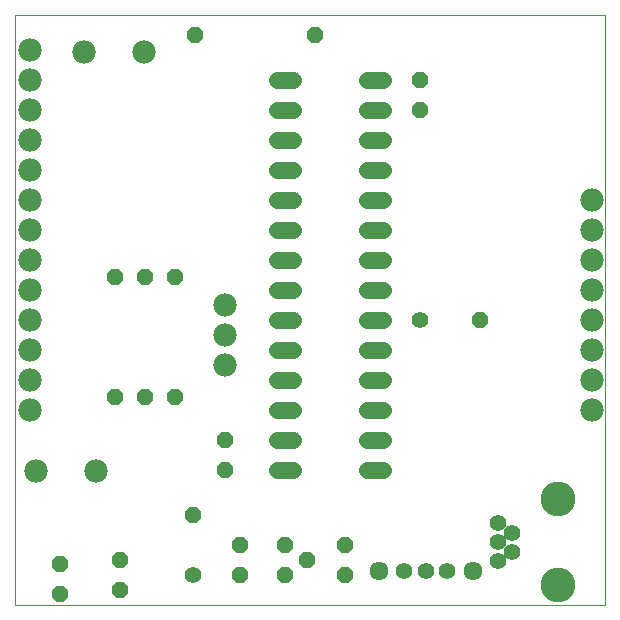
<source format=gbs>
G75*
%MOIN*%
%OFA0B0*%
%FSLAX25Y25*%
%IPPOS*%
%LPD*%
%AMOC8*
5,1,8,0,0,1.08239X$1,22.5*
%
%ADD10C,0.00000*%
%ADD11OC8,0.05600*%
%ADD12C,0.05600*%
%ADD13C,0.05550*%
%ADD14C,0.11620*%
%ADD15C,0.05600*%
%ADD16C,0.07800*%
%ADD17C,0.06337*%
D10*
X0006500Y0006048D02*
X0006500Y0202898D01*
X0203350Y0202898D01*
X0203350Y0006048D01*
X0006500Y0006048D01*
D11*
X0021500Y0009698D03*
X0021500Y0019698D03*
X0041500Y0021048D03*
X0041500Y0011048D03*
X0066000Y0036048D03*
X0076500Y0051048D03*
X0076500Y0061048D03*
X0060000Y0075548D03*
X0050000Y0075548D03*
X0040000Y0075548D03*
X0040000Y0115548D03*
X0050000Y0115548D03*
X0060000Y0115548D03*
X0066500Y0196048D03*
X0106500Y0196048D03*
X0141500Y0181048D03*
X0141500Y0171048D03*
X0161500Y0101048D03*
X0116500Y0026048D03*
X0116500Y0016048D03*
X0104000Y0021048D03*
X0096500Y0016048D03*
X0096500Y0026048D03*
X0081500Y0026048D03*
X0081500Y0016048D03*
D12*
X0066000Y0016048D03*
X0141500Y0101048D03*
D13*
X0167421Y0033347D03*
X0172146Y0030198D03*
X0167421Y0027048D03*
X0172146Y0023898D03*
X0167421Y0020749D03*
X0150626Y0017548D03*
X0143500Y0017548D03*
X0136374Y0017548D03*
D14*
X0187500Y0012678D03*
X0187500Y0041418D03*
D15*
X0129100Y0051048D02*
X0123900Y0051048D01*
X0123900Y0061048D02*
X0129100Y0061048D01*
X0129100Y0071048D02*
X0123900Y0071048D01*
X0123900Y0081048D02*
X0129100Y0081048D01*
X0129100Y0091048D02*
X0123900Y0091048D01*
X0123900Y0101048D02*
X0129100Y0101048D01*
X0129100Y0111048D02*
X0123900Y0111048D01*
X0123900Y0121048D02*
X0129100Y0121048D01*
X0129100Y0131048D02*
X0123900Y0131048D01*
X0123900Y0141048D02*
X0129100Y0141048D01*
X0129100Y0151048D02*
X0123900Y0151048D01*
X0123900Y0161048D02*
X0129100Y0161048D01*
X0129100Y0171048D02*
X0123900Y0171048D01*
X0123900Y0181048D02*
X0129100Y0181048D01*
X0099100Y0181048D02*
X0093900Y0181048D01*
X0093900Y0171048D02*
X0099100Y0171048D01*
X0099100Y0161048D02*
X0093900Y0161048D01*
X0093900Y0151048D02*
X0099100Y0151048D01*
X0099100Y0141048D02*
X0093900Y0141048D01*
X0093900Y0131048D02*
X0099100Y0131048D01*
X0099100Y0121048D02*
X0093900Y0121048D01*
X0093900Y0111048D02*
X0099100Y0111048D01*
X0099100Y0101048D02*
X0093900Y0101048D01*
X0093900Y0091048D02*
X0099100Y0091048D01*
X0099100Y0081048D02*
X0093900Y0081048D01*
X0093900Y0071048D02*
X0099100Y0071048D01*
X0099100Y0061048D02*
X0093900Y0061048D01*
X0093900Y0051048D02*
X0099100Y0051048D01*
D16*
X0076500Y0086048D03*
X0076500Y0096048D03*
X0076500Y0106048D03*
X0033550Y0050948D03*
X0013550Y0050948D03*
X0011500Y0071048D03*
X0011500Y0081048D03*
X0011500Y0091048D03*
X0011500Y0101048D03*
X0011500Y0111048D03*
X0011500Y0121048D03*
X0011500Y0131048D03*
X0011500Y0141048D03*
X0011500Y0151048D03*
X0011500Y0161048D03*
X0011500Y0171048D03*
X0011500Y0181048D03*
X0011500Y0191048D03*
X0029500Y0190548D03*
X0049500Y0190548D03*
X0199000Y0141048D03*
X0199000Y0131048D03*
X0199000Y0121048D03*
X0199000Y0111048D03*
X0199000Y0101048D03*
X0199000Y0091048D03*
X0199000Y0081048D03*
X0199000Y0071048D03*
D17*
X0159248Y0017548D03*
X0127752Y0017548D03*
M02*

</source>
